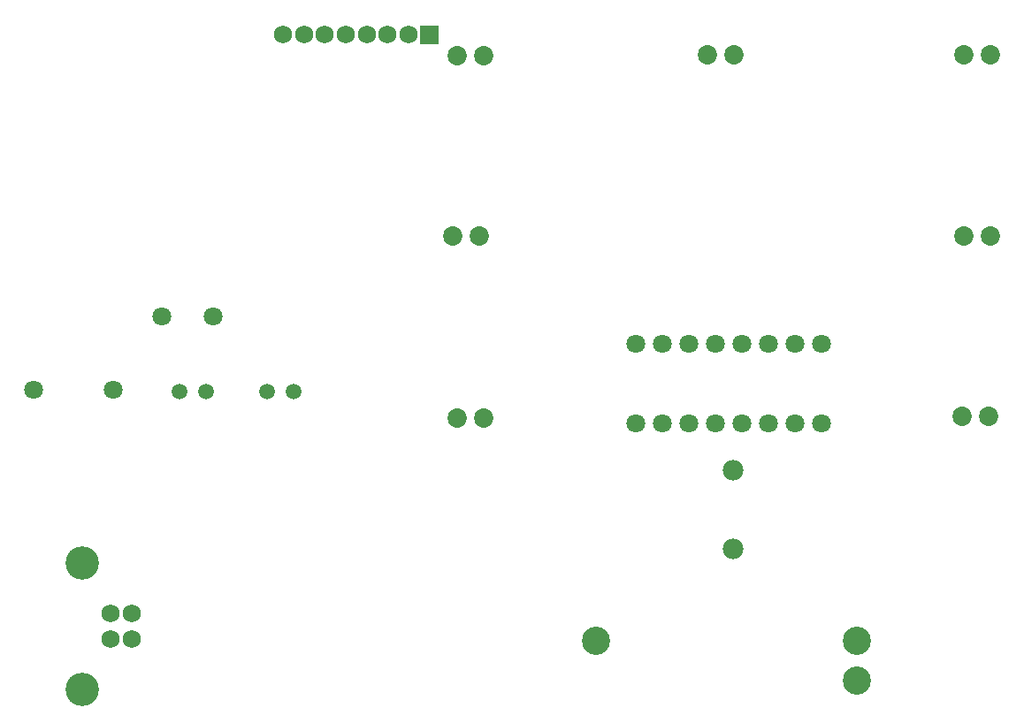
<source format=gbs>
G04 Layer: BottomSolderMaskLayer*
G04 EasyEDA v6.2.46, 2019-11-10T21:10:00+07:00*
G04 036f7757b27e478886c894ae7df38c4b,e5c1abbfa1e54b71a98531a1dec44753,10*
G04 Gerber Generator version 0.2*
G04 Scale: 100 percent, Rotated: No, Reflected: No *
G04 Dimensions in millimeters *
G04 leading zeros omitted , absolute positions ,3 integer and 3 decimal *
%FSLAX33Y33*%
%MOMM*%
G90*
G71D02*

%ADD47C,1.503197*%
%ADD49C,1.803197*%
%ADD54C,1.854200*%
%ADD61C,1.981200*%
%ADD63C,1.727200*%
%ADD64C,3.203194*%
%ADD66C,2.703195*%

%LPD*%
G54D47*
G01X28321Y34036D03*
G01X30861Y34036D03*
G01X19939Y34036D03*
G01X22479Y34036D03*
G54D49*
G01X23151Y41237D03*
G01X18250Y41237D03*
G54D54*
G01X46482Y66167D03*
G01X49022Y66167D03*
G01X73025Y66294D03*
G01X70485Y66294D03*
G01X97536Y66294D03*
G01X94996Y66294D03*
G01X46101Y48895D03*
G01X48641Y48895D03*
G01X97536Y48895D03*
G01X94996Y48895D03*
G01X46482Y31496D03*
G01X49022Y31496D03*
G01X97409Y31623D03*
G01X94869Y31623D03*
G54D49*
G01X13589Y34163D03*
G01X5969Y34163D03*
G01X63627Y30988D03*
G01X66167Y30988D03*
G01X68707Y30988D03*
G01X71247Y30988D03*
G01X73787Y30988D03*
G01X76327Y30988D03*
G01X78867Y30988D03*
G01X81407Y30988D03*
G01X81407Y38608D03*
G01X78867Y38608D03*
G01X76327Y38608D03*
G01X73787Y38608D03*
G01X71247Y38608D03*
G01X68707Y38608D03*
G01X66167Y38608D03*
G01X63627Y38608D03*
G54D61*
G01X72898Y18933D03*
G01X72898Y26532D03*
G54D63*
G01X15308Y10306D03*
G01X15308Y12806D03*
G01X13308Y12806D03*
G01X13308Y10306D03*
G54D64*
G01X10598Y5536D03*
G01X10598Y17576D03*
G54D63*
G01X31831Y68199D03*
G01X33831Y68199D03*
G01X35831Y68199D03*
G01X37831Y68199D03*
G01X39831Y68199D03*
G01X41831Y68199D03*
G36*
G01X42966Y67335D02*
G01X42966Y69062D01*
G01X44693Y69062D01*
G01X44693Y67335D01*
G01X42966Y67335D01*
G37*
G01X29831Y68199D03*
G54D66*
G01X84763Y10130D03*
G01X84763Y6380D03*
G01X59763Y10130D03*
M00*
M02*

</source>
